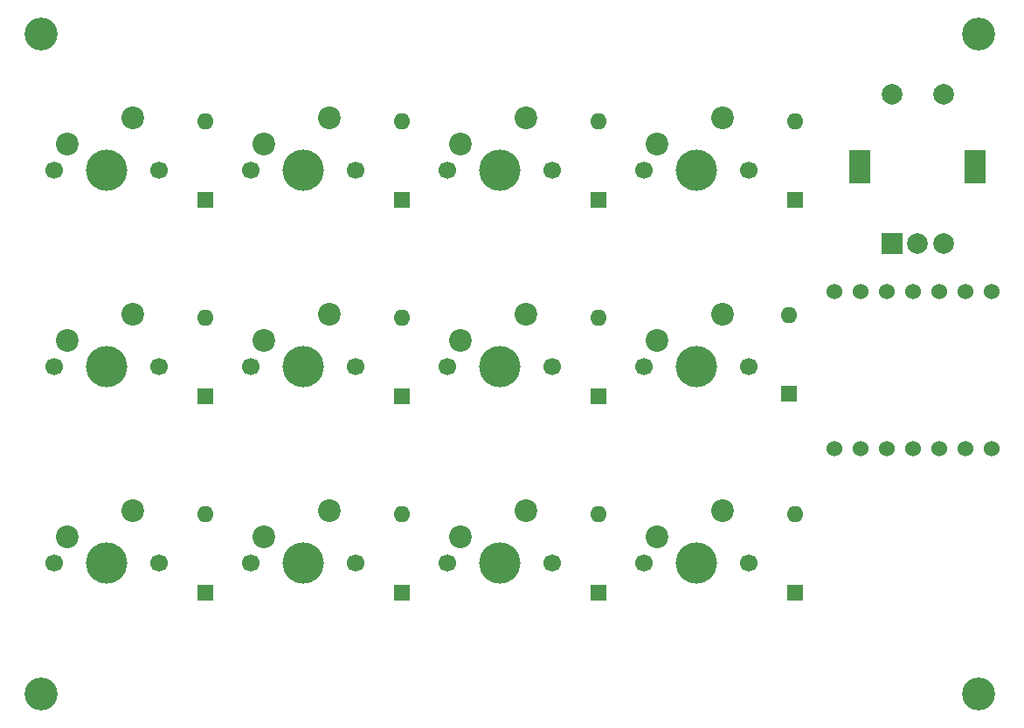
<source format=gbr>
%TF.GenerationSoftware,KiCad,Pcbnew,8.0.6*%
%TF.CreationDate,2025-07-02T19:59:32-04:00*%
%TF.ProjectId,tronzpad,74726f6e-7a70-4616-942e-6b696361645f,rev?*%
%TF.SameCoordinates,Original*%
%TF.FileFunction,Soldermask,Top*%
%TF.FilePolarity,Negative*%
%FSLAX46Y46*%
G04 Gerber Fmt 4.6, Leading zero omitted, Abs format (unit mm)*
G04 Created by KiCad (PCBNEW 8.0.6) date 2025-07-02 19:59:32*
%MOMM*%
%LPD*%
G01*
G04 APERTURE LIST*
%ADD10C,1.700000*%
%ADD11C,4.000000*%
%ADD12C,2.200000*%
%ADD13C,3.200000*%
%ADD14R,2.000000X2.000000*%
%ADD15C,2.000000*%
%ADD16R,2.000000X3.200000*%
%ADD17R,1.600000X1.600000*%
%ADD18O,1.600000X1.600000*%
%ADD19C,1.524000*%
G04 APERTURE END LIST*
D10*
%TO.C,S10*%
X123928971Y-119860767D03*
D11*
X129008971Y-119860767D03*
D10*
X134088971Y-119860767D03*
D12*
X131548971Y-114780767D03*
X125198971Y-117320767D03*
%TD*%
D10*
%TO.C,S5*%
X104878971Y-100810767D03*
D11*
X109958971Y-100810767D03*
D10*
X115038971Y-100810767D03*
D12*
X112498971Y-95730767D03*
X106148971Y-98270767D03*
%TD*%
D10*
%TO.C,S2*%
X123928971Y-81760767D03*
D11*
X129008971Y-81760767D03*
D10*
X134088971Y-81760767D03*
D12*
X131548971Y-76680767D03*
X125198971Y-79220767D03*
%TD*%
D10*
%TO.C,S3*%
X142978971Y-81760767D03*
D11*
X148058971Y-81760767D03*
D10*
X153138971Y-81760767D03*
D12*
X150598971Y-76680767D03*
X144248971Y-79220767D03*
%TD*%
D10*
%TO.C,S9*%
X104878971Y-119860767D03*
D11*
X109958971Y-119860767D03*
D10*
X115038971Y-119860767D03*
D12*
X112498971Y-114780767D03*
X106148971Y-117320767D03*
%TD*%
D10*
%TO.C,S1*%
X104878971Y-81760767D03*
D11*
X109958971Y-81760767D03*
D10*
X115038971Y-81760767D03*
D12*
X112498971Y-76680767D03*
X106148971Y-79220767D03*
%TD*%
D10*
%TO.C,S4*%
X162028971Y-81760767D03*
D11*
X167108971Y-81760767D03*
D10*
X172188971Y-81760767D03*
D12*
X169648971Y-76680767D03*
X163298971Y-79220767D03*
%TD*%
D10*
%TO.C,S7*%
X142978971Y-100810767D03*
D11*
X148058971Y-100810767D03*
D10*
X153138971Y-100810767D03*
D12*
X150598971Y-95730767D03*
X144248971Y-98270767D03*
%TD*%
D13*
%TO.C,H2*%
X194419831Y-68580027D03*
%TD*%
%TO.C,H4*%
X194409657Y-132594127D03*
%TD*%
D10*
%TO.C,S6*%
X123928971Y-100810767D03*
D11*
X129008971Y-100810767D03*
D10*
X134088971Y-100810767D03*
D12*
X131548971Y-95730767D03*
X125198971Y-98270767D03*
%TD*%
D13*
%TO.C,H3*%
X103563061Y-132599003D03*
%TD*%
D14*
%TO.C,SW1*%
X186027571Y-88923267D03*
D15*
X191027571Y-88923267D03*
X188527571Y-88923267D03*
D16*
X182927571Y-81423267D03*
X194127571Y-81423267D03*
D15*
X191027571Y-74423267D03*
X186027571Y-74423267D03*
%TD*%
D10*
%TO.C,S11*%
X142978971Y-119860767D03*
D11*
X148058971Y-119860767D03*
D10*
X153138971Y-119860767D03*
D12*
X150598971Y-114780767D03*
X144248971Y-117320767D03*
%TD*%
D10*
%TO.C,S12*%
X162028971Y-119860767D03*
D11*
X167108971Y-119860767D03*
D10*
X172188971Y-119860767D03*
D12*
X169648971Y-114780767D03*
X163298971Y-117320767D03*
%TD*%
D13*
%TO.C,H1*%
X103573231Y-68564907D03*
%TD*%
D10*
%TO.C,S8*%
X162028971Y-100810767D03*
D11*
X167108971Y-100810767D03*
D10*
X172188971Y-100810767D03*
D12*
X169648971Y-95730767D03*
X163298971Y-98270767D03*
%TD*%
D17*
%TO.C,D11*%
X157581571Y-122715267D03*
D18*
X157581571Y-115095267D03*
%TD*%
D17*
%TO.C,D1*%
X119482371Y-84616067D03*
D18*
X119482371Y-76996067D03*
%TD*%
D17*
%TO.C,D7*%
X157583971Y-103668267D03*
D18*
X157583971Y-96048267D03*
%TD*%
D19*
%TO.C,U1*%
X195685471Y-108793267D03*
X193145471Y-108793267D03*
X190605471Y-108793267D03*
X188065471Y-108793267D03*
X185525471Y-108793267D03*
X182985471Y-108793267D03*
X180445471Y-108793267D03*
X180445471Y-93553267D03*
X182985471Y-93553267D03*
X185525471Y-93553267D03*
X188065471Y-93553267D03*
X190605471Y-93553267D03*
X193145471Y-93553267D03*
X195685471Y-93553267D03*
%TD*%
D17*
%TO.C,D2*%
X138531971Y-84616067D03*
D18*
X138531971Y-76996067D03*
%TD*%
D17*
%TO.C,D3*%
X157581571Y-84616067D03*
D18*
X157581571Y-76996067D03*
%TD*%
D17*
%TO.C,D10*%
X138531971Y-122715267D03*
D18*
X138531971Y-115095267D03*
%TD*%
D17*
%TO.C,D5*%
X119483971Y-103668267D03*
D18*
X119483971Y-96048267D03*
%TD*%
D17*
%TO.C,D9*%
X119482371Y-122715267D03*
D18*
X119482371Y-115095267D03*
%TD*%
D17*
%TO.C,D6*%
X138533971Y-103668267D03*
D18*
X138533971Y-96048267D03*
%TD*%
D17*
%TO.C,D4*%
X176633971Y-84618267D03*
D18*
X176633971Y-76998267D03*
%TD*%
D17*
%TO.C,D12*%
X176633971Y-122715267D03*
D18*
X176633971Y-115095267D03*
%TD*%
D17*
%TO.C,D8*%
X176073971Y-103453267D03*
D18*
X176073971Y-95833267D03*
%TD*%
M02*

</source>
